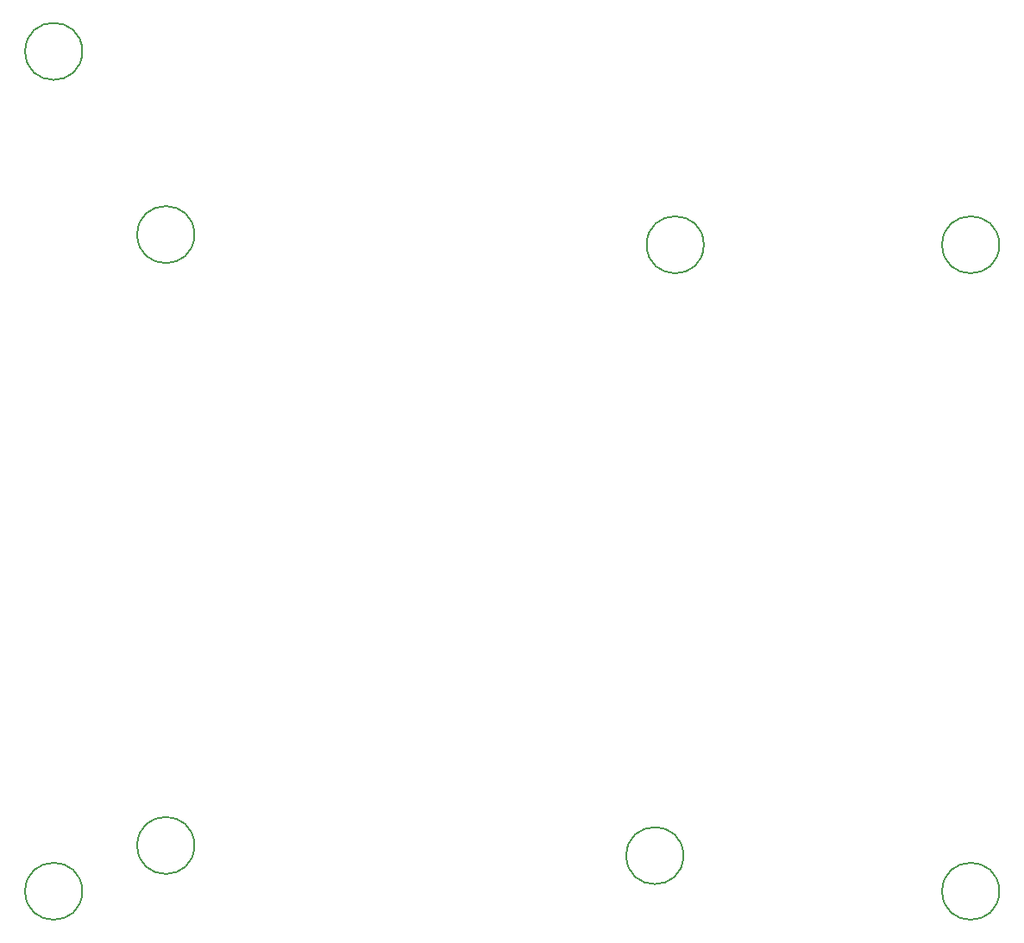
<source format=gbr>
%TF.GenerationSoftware,KiCad,Pcbnew,5.1.6-c6e7f7d~87~ubuntu20.04.1*%
%TF.CreationDate,2020-09-17T17:53:29+01:00*%
%TF.ProjectId,pcb-illuminator,7063622d-696c-46c7-956d-696e61746f72,rev?*%
%TF.SameCoordinates,Original*%
%TF.FileFunction,Other,Comment*%
%FSLAX46Y46*%
G04 Gerber Fmt 4.6, Leading zero omitted, Abs format (unit mm)*
G04 Created by KiCad (PCBNEW 5.1.6-c6e7f7d~87~ubuntu20.04.1) date 2020-09-17 17:53:29*
%MOMM*%
%LPD*%
G01*
G04 APERTURE LIST*
%ADD10C,0.150000*%
G04 APERTURE END LIST*
D10*
%TO.C,REF\u002A\u002A*%
X161800000Y-144000000D02*
G75*
G03*
X161800000Y-144000000I-2800000J0D01*
G01*
X113800000Y-143000000D02*
G75*
G03*
X113800000Y-143000000I-2800000J0D01*
G01*
X113800000Y-83000000D02*
G75*
G03*
X113800000Y-83000000I-2800000J0D01*
G01*
X163800000Y-84000000D02*
G75*
G03*
X163800000Y-84000000I-2800000J0D01*
G01*
X192800000Y-147500000D02*
G75*
G03*
X192800000Y-147500000I-2800000J0D01*
G01*
X102800000Y-65000000D02*
G75*
G03*
X102800000Y-65000000I-2800000J0D01*
G01*
X192800000Y-84000000D02*
G75*
G03*
X192800000Y-84000000I-2800000J0D01*
G01*
X102800000Y-147500000D02*
G75*
G03*
X102800000Y-147500000I-2800000J0D01*
G01*
%TD*%
M02*

</source>
